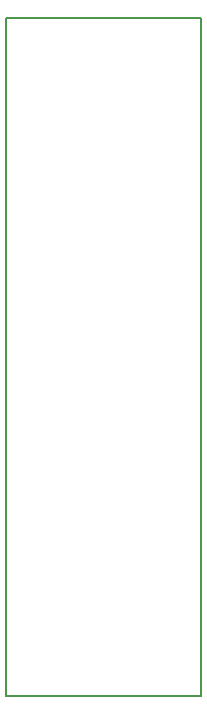
<source format=gm1>
G04 MADE WITH FRITZING*
G04 WWW.FRITZING.ORG*
G04 DOUBLE SIDED*
G04 HOLES PLATED*
G04 CONTOUR ON CENTER OF CONTOUR VECTOR*
%ASAXBY*%
%FSLAX23Y23*%
%MOIN*%
%OFA0B0*%
%SFA1.0B1.0*%
%ADD10R,0.657354X2.268240*%
%ADD11C,0.008000*%
%ADD10C,0.008*%
%LNCONTOUR*%
G90*
G70*
G54D10*
G54D11*
X4Y2264D02*
X653Y2264D01*
X653Y4D01*
X4Y4D01*
X4Y2264D01*
D02*
G04 End of contour*
M02*
</source>
